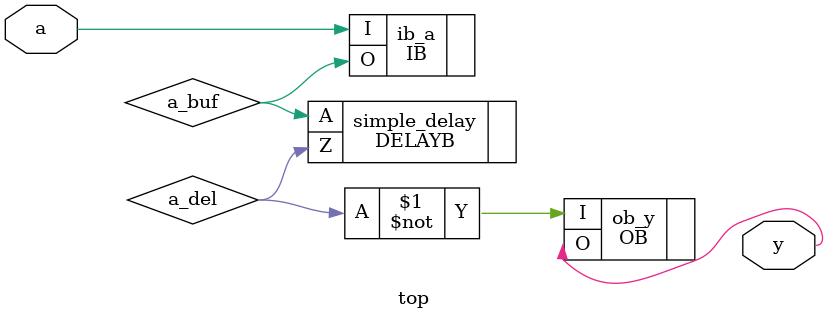
<source format=v>
module top(
	 input a,
 	output y);

	wire a_buf, a_del;
	(* LOC="P11", IO_TYPE="LVCMOS18H" *)
	IB ib_a(.I(a), .O(a_buf));

	DELAYB #(.DEL_MODE("USER_DEFINED"), .DEL_VALUE(63)) simple_delay(.A(a_buf), .Z(a_del));

	(* LOC="P10", IO_TYPE="LVCMOS18H" *)
	OB ob_y(.I(~a_del), .O(y));
endmodule

</source>
